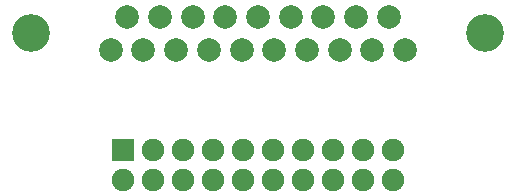
<source format=gbr>
G04 DipTrace 3.3.1.3*
G04 TopMask.gbr*
%MOIN*%
G04 #@! TF.FileFunction,Soldermask,Top*
G04 #@! TF.Part,Single*
%ADD22C,0.125984*%
%ADD25R,0.074803X0.074803*%
%ADD27C,0.074803*%
%ADD29C,0.07874*%
%FSLAX26Y26*%
G04*
G70*
G90*
G75*
G01*
G04 TopMask*
%LPD*%
D29*
X1784467Y976762D3*
X1729940Y1088573D3*
X1675412Y976762D3*
X1620885Y1088573D3*
X1566357Y976762D3*
X1511830Y1088573D3*
X1457302Y976762D3*
X1402774Y1088573D3*
X1348247Y976762D3*
X1293719Y1088573D3*
X1239192Y976762D3*
X1184664Y1088573D3*
X1130137Y976762D3*
X1075609Y1088573D3*
X1021082Y976762D3*
X966554Y1088573D3*
X912026Y976762D3*
X857499Y1088573D3*
X802971Y976762D3*
D22*
X2049625Y1032668D3*
X537814D3*
D27*
X1743719Y643701D3*
Y543701D3*
X1643719Y643701D3*
Y543701D3*
X1543719Y643701D3*
Y543701D3*
X1443719Y643701D3*
Y543701D3*
X1343719Y643701D3*
Y543701D3*
X1243719Y643701D3*
Y543701D3*
X1143719Y643701D3*
Y543701D3*
X1043719Y643701D3*
Y543701D3*
X943719Y643701D3*
Y543701D3*
D25*
X843719Y643701D3*
D27*
Y543701D3*
M02*

</source>
